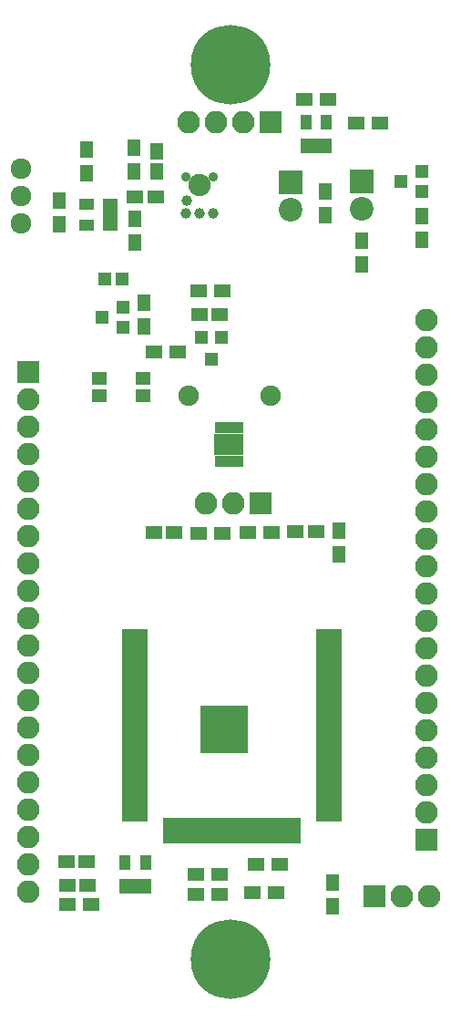
<source format=gbr>
G04 #@! TF.GenerationSoftware,KiCad,Pcbnew,no-vcs-found-9485a4d~59~ubuntu17.04.1*
G04 #@! TF.CreationDate,2017-08-14T14:34:54-05:00*
G04 #@! TF.ProjectId,liger,6C696765722E6B696361645F70636200,rev?*
G04 #@! TF.SameCoordinates,Original*
G04 #@! TF.FileFunction,Soldermask,Top*
G04 #@! TF.FilePolarity,Negative*
%FSLAX46Y46*%
G04 Gerber Fmt 4.6, Leading zero omitted, Abs format (unit mm)*
G04 Created by KiCad (PCBNEW no-vcs-found-9485a4d~59~ubuntu17.04.1) date Mon Aug 14 14:34:54 2017*
%MOMM*%
%LPD*%
G01*
G04 APERTURE LIST*
%ADD10R,1.400000X1.300000*%
%ADD11R,2.100000X2.100000*%
%ADD12O,2.100000X2.100000*%
%ADD13C,0.900000*%
%ADD14C,1.000000*%
%ADD15C,2.076000*%
%ADD16R,1.600000X1.300000*%
%ADD17R,2.400000X1.400000*%
%ADD18R,1.400000X2.400000*%
%ADD19R,4.400000X4.400000*%
%ADD20R,1.050000X1.460000*%
%ADD21C,7.400000*%
%ADD22R,1.150000X1.600000*%
%ADD23R,1.600000X1.150000*%
%ADD24R,2.200000X2.200000*%
%ADD25C,2.200000*%
%ADD26R,1.200000X1.200000*%
%ADD27C,1.900000*%
%ADD28R,1.300000X1.200000*%
%ADD29R,1.200000X1.300000*%
%ADD30R,1.300000X1.600000*%
%ADD31C,1.924000*%
%ADD32R,1.460000X1.050000*%
%ADD33R,0.750000X1.050000*%
%ADD34R,1.600000X1.175000*%
G04 APERTURE END LIST*
D10*
X139550000Y-78200000D03*
X139550000Y-76600000D03*
X135450000Y-78200000D03*
X135450000Y-76600000D03*
D11*
X150450000Y-88200000D03*
D12*
X147910000Y-88200000D03*
X145370000Y-88200000D03*
D13*
X143550000Y-57870000D03*
X146050000Y-57870000D03*
D14*
X146050000Y-61270000D03*
X144800000Y-61270000D03*
X143550000Y-61270000D03*
X143600000Y-60070000D03*
D15*
X144826040Y-58680960D03*
D16*
X144500000Y-122700000D03*
X146700000Y-122700000D03*
D17*
X138773880Y-103083200D03*
X156807880Y-103111200D03*
D18*
X152235880Y-118577200D03*
X153505880Y-118577200D03*
X147155880Y-118577200D03*
X148425880Y-118577200D03*
X150965880Y-118577200D03*
X149695880Y-118577200D03*
X144615880Y-118577200D03*
X145885880Y-118577200D03*
X143345880Y-118577200D03*
X142075880Y-118577200D03*
D17*
X156791880Y-100563200D03*
X156807880Y-101841200D03*
X156807880Y-105651200D03*
X156791880Y-104373200D03*
X156791880Y-109453200D03*
X156807880Y-110731200D03*
X156807880Y-108191200D03*
X156791880Y-106913200D03*
X156791880Y-117073200D03*
X156791880Y-114533200D03*
X156807880Y-115811200D03*
X156807880Y-113271200D03*
X156791880Y-111993200D03*
X138757880Y-111993200D03*
X138773880Y-113271200D03*
X138773880Y-115811200D03*
X138757880Y-114533200D03*
X138757880Y-117073200D03*
X138757880Y-106913200D03*
X138773880Y-108191200D03*
X138773880Y-110731200D03*
X138757880Y-109453200D03*
X138757880Y-104373200D03*
X138773880Y-105651200D03*
X138773880Y-101813200D03*
X138773880Y-100543200D03*
D19*
X147100000Y-109230000D03*
D20*
X154700000Y-55050000D03*
X155650000Y-55050000D03*
X156600000Y-55050000D03*
X156600000Y-52850000D03*
X154700000Y-52850000D03*
D21*
X147684028Y-130516302D03*
X147684028Y-47458302D03*
D22*
X140825000Y-55500000D03*
X140825000Y-57400000D03*
D23*
X140700000Y-59750000D03*
X138800000Y-59750000D03*
X134425000Y-123675000D03*
X132525000Y-123675000D03*
X134325000Y-121500000D03*
X132425000Y-121500000D03*
X144800000Y-70700000D03*
X146700000Y-70700000D03*
X155600000Y-90850000D03*
X153700000Y-90850000D03*
X140527917Y-90945595D03*
X142427917Y-90945595D03*
D24*
X159860000Y-58340000D03*
D25*
X159860000Y-60880000D03*
D26*
X136000000Y-67400000D03*
X137600000Y-67400000D03*
D24*
X153290000Y-58410000D03*
D25*
X153290000Y-60950000D03*
D27*
X143780000Y-78200000D03*
X151380000Y-78200000D03*
D11*
X128880000Y-75990000D03*
D12*
X128880000Y-78530000D03*
X128880000Y-81070000D03*
X128880000Y-83610000D03*
X128880000Y-86150000D03*
X128880000Y-88690000D03*
X128880000Y-91230000D03*
X128880000Y-93770000D03*
X128880000Y-96310000D03*
X128880000Y-98850000D03*
X128880000Y-101390000D03*
X128880000Y-103930000D03*
X128880000Y-106470000D03*
X128880000Y-109010000D03*
X128880000Y-111550000D03*
X128880000Y-114090000D03*
X128880000Y-116630000D03*
X128880000Y-119170000D03*
X128880000Y-121710000D03*
X128880000Y-124250000D03*
D11*
X165890000Y-119430000D03*
D12*
X165890000Y-116890000D03*
X165890000Y-114350000D03*
X165890000Y-111810000D03*
X165890000Y-109270000D03*
X165890000Y-106730000D03*
X165890000Y-104190000D03*
X165890000Y-101650000D03*
X165890000Y-99110000D03*
X165890000Y-96570000D03*
X165890000Y-94030000D03*
X165890000Y-91490000D03*
X165890000Y-88950000D03*
X165890000Y-86410000D03*
X165890000Y-83870000D03*
X165890000Y-81330000D03*
X165890000Y-78790000D03*
X165890000Y-76250000D03*
X165890000Y-73710000D03*
X165890000Y-71170000D03*
D11*
X151410000Y-52850000D03*
D12*
X148870000Y-52850000D03*
X146330000Y-52850000D03*
X143790000Y-52850000D03*
D28*
X165500000Y-59300000D03*
X165500000Y-57400000D03*
X163500000Y-58350000D03*
D29*
X146850000Y-72850000D03*
X144950000Y-72850000D03*
X145900000Y-74850000D03*
D28*
X137700000Y-71900000D03*
X137700000Y-70000000D03*
X135700000Y-70950000D03*
D16*
X152250000Y-121750000D03*
X150050000Y-121750000D03*
D30*
X157750000Y-90775000D03*
X157750000Y-92975000D03*
X165450000Y-61550000D03*
X165450000Y-63750000D03*
X159900000Y-66075000D03*
X159900000Y-63875000D03*
X138800000Y-64025000D03*
X138800000Y-61825000D03*
X138725000Y-55175000D03*
X138725000Y-57375000D03*
X134300000Y-57550000D03*
X134300000Y-55350000D03*
X131750000Y-60100000D03*
X131750000Y-62300000D03*
D16*
X132500000Y-125500000D03*
X134700000Y-125500000D03*
X149700000Y-124400000D03*
X151900000Y-124400000D03*
X144500000Y-124500000D03*
X146700000Y-124500000D03*
X144700000Y-68450000D03*
X146900000Y-68450000D03*
D30*
X139650000Y-69600000D03*
X139650000Y-71800000D03*
D16*
X140550000Y-74200000D03*
X142750000Y-74200000D03*
X159400000Y-52900000D03*
X161600000Y-52900000D03*
X156700000Y-50750000D03*
X154500000Y-50750000D03*
D30*
X156500000Y-61500000D03*
X156500000Y-59300000D03*
D16*
X151450000Y-90900000D03*
X149250000Y-90900000D03*
X144677917Y-90995595D03*
X146877917Y-90995595D03*
D30*
X157200000Y-123400000D03*
X157200000Y-125600000D03*
D31*
X128220000Y-62230000D03*
X128220000Y-59690000D03*
X128220000Y-57150000D03*
D32*
X136525000Y-62375000D03*
X136525000Y-61425000D03*
X136525000Y-60475000D03*
X134325000Y-60475000D03*
X134325000Y-62375000D03*
D20*
X137875000Y-123800000D03*
X138825000Y-123800000D03*
X139775000Y-123800000D03*
X139775000Y-121600000D03*
X137875000Y-121600000D03*
D33*
X146545000Y-84302500D03*
X147195000Y-84302500D03*
X147845000Y-84302500D03*
X148495000Y-84302500D03*
X148495000Y-81202500D03*
X147845000Y-81202500D03*
X147195000Y-81202500D03*
X146545000Y-81202500D03*
D34*
X148120000Y-82365000D03*
X146920000Y-82365000D03*
X148120000Y-83140000D03*
X146920000Y-83140000D03*
D11*
X161036000Y-124714000D03*
D12*
X163576000Y-124714000D03*
X166116000Y-124714000D03*
M02*

</source>
